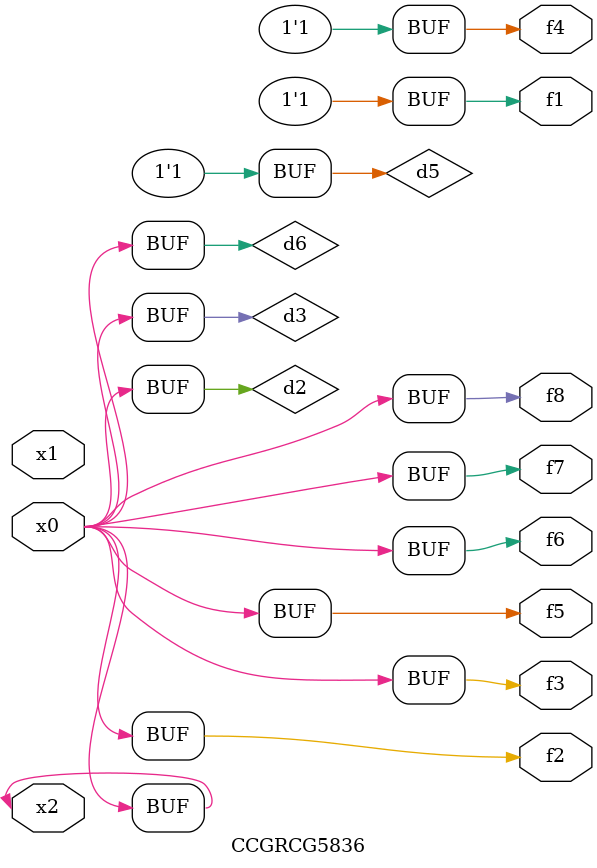
<source format=v>
module CCGRCG5836(
	input x0, x1, x2,
	output f1, f2, f3, f4, f5, f6, f7, f8
);

	wire d1, d2, d3, d4, d5, d6;

	xnor (d1, x2);
	buf (d2, x0, x2);
	and (d3, x0);
	xnor (d4, x1, x2);
	nand (d5, d1, d3);
	buf (d6, d2, d3);
	assign f1 = d5;
	assign f2 = d6;
	assign f3 = d6;
	assign f4 = d5;
	assign f5 = d6;
	assign f6 = d6;
	assign f7 = d6;
	assign f8 = d6;
endmodule

</source>
